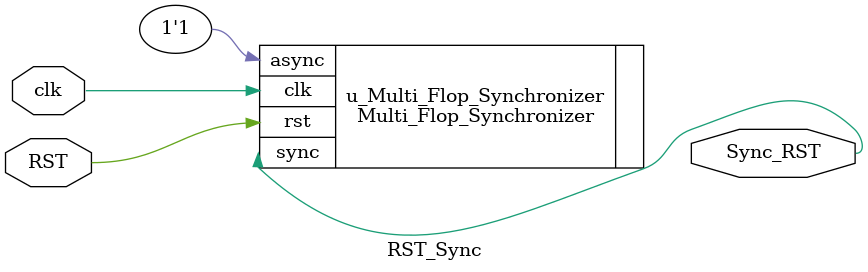
<source format=v>
module RST_Sync #(
    parameter NUM_STAGES =2
) (
    input wire RST,
    input wire clk,
    output wire Sync_RST
);
    Multi_Flop_Synchronizer #(
        .NUM_STAGES (NUM_STAGES )
    )
    u_Multi_Flop_Synchronizer(
    	.async (1'b1 ),
        .clk   (clk   ),
        .rst   (RST   ),
        .sync  (Sync_RST )
    );
    
    
endmodule
</source>
